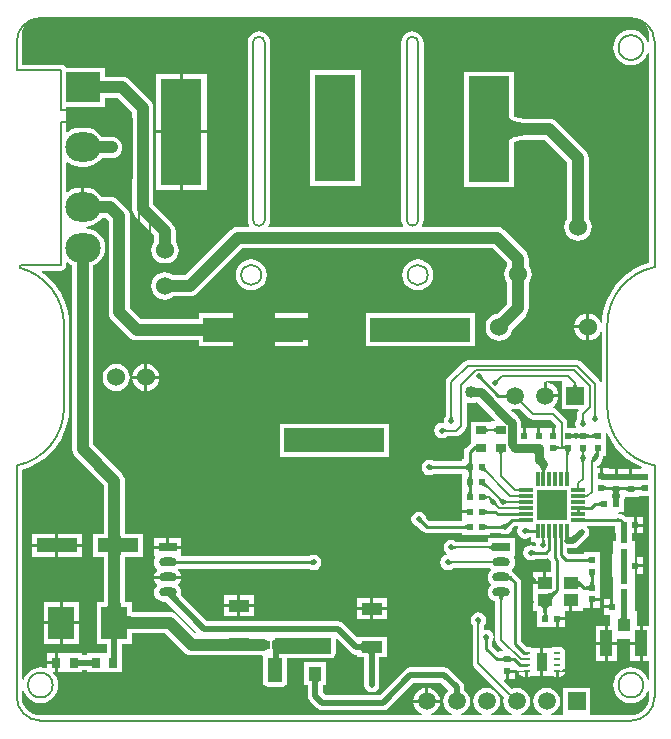
<source format=gtl>
%FSLAX25Y25*%
%MOIN*%
G70*
G01*
G75*
G04 Layer_Physical_Order=1*
G04 Layer_Color=255*
%ADD10C,0.01000*%
%ADD11C,0.00800*%
%ADD12C,0.03000*%
%ADD13C,0.02000*%
%ADD14C,0.04000*%
%ADD15R,0.11811X0.09843*%
%ADD16O,0.11811X0.09843*%
%ADD17R,0.02362X0.02362*%
%ADD18R,0.03347X0.02756*%
%ADD19R,0.09843X0.09843*%
%ADD20R,0.04724X0.01181*%
%ADD21R,0.01181X0.04724*%
%ADD22R,0.02362X0.02362*%
%ADD23R,0.03937X0.04134*%
%ADD24R,0.04134X0.08661*%
%ADD25R,0.04724X0.04331*%
%ADD26R,0.03543X0.06299*%
G04:AMPARAMS|DCode=27|XSize=21.65mil|YSize=9.84mil|CornerRadius=2.46mil|HoleSize=0mil|Usage=FLASHONLY|Rotation=0.000|XOffset=0mil|YOffset=0mil|HoleType=Round|Shape=RoundedRectangle|*
%AMROUNDEDRECTD27*
21,1,0.02165,0.00492,0,0,0.0*
21,1,0.01673,0.00984,0,0,0.0*
1,1,0.00492,0.00837,-0.00246*
1,1,0.00492,-0.00837,-0.00246*
1,1,0.00492,-0.00837,0.00246*
1,1,0.00492,0.00837,0.00246*
%
%ADD27ROUNDEDRECTD27*%
%ADD28R,0.04331X0.04724*%
%ADD29R,0.13780X0.04724*%
%ADD30R,0.08661X0.11024*%
%ADD31R,0.02756X0.03347*%
%ADD32R,0.07087X0.03937*%
%ADD33R,0.01969X0.03150*%
%ADD34R,0.02200X0.06800*%
%ADD35R,0.05000X0.08200*%
%ADD36R,0.19000X0.05200*%
%ADD37R,0.14100X0.20100*%
%ADD38R,0.19200X0.07300*%
%ADD39C,0.00500*%
%ADD40C,0.06000*%
%ADD41R,0.33465X0.07874*%
%ADD42O,0.06000X0.03000*%
%ADD43R,0.06000X0.03000*%
%ADD44R,0.05906X0.05906*%
%ADD45C,0.05906*%
%ADD46R,0.13780X0.35433*%
%ADD47C,0.02000*%
%ADD48C,0.03000*%
%ADD49C,0.04000*%
G36*
X144232Y77890D02*
X145793Y75554D01*
X147646Y73441D01*
X149759Y71589D01*
X152095Y70028D01*
X154574Y68805D01*
X154461Y68318D01*
X153119D01*
Y68218D01*
X151433D01*
Y65536D01*
X150433D01*
Y68218D01*
X146567D01*
Y65536D01*
X145567D01*
Y68218D01*
X143881D01*
Y68418D01*
X141700D01*
Y65736D01*
X140700D01*
Y68418D01*
X139837D01*
Y69298D01*
X140076Y69345D01*
X140902Y69898D01*
X141455Y70724D01*
X141648Y71696D01*
X141691Y71760D01*
X141839Y72501D01*
Y72640D01*
X142583D01*
Y76577D01*
Y80135D01*
X143070Y80248D01*
X144232Y77890D01*
D02*
G37*
G36*
X117052Y85230D02*
X117681Y84810D01*
X118422Y84663D01*
X124098D01*
X125963Y82798D01*
Y81939D01*
X125701D01*
Y79257D01*
X124701D01*
Y81939D01*
X120801D01*
Y79257D01*
X119801D01*
Y81939D01*
X115902D01*
Y79257D01*
X114901D01*
Y81939D01*
X114326D01*
Y83407D01*
X114326Y83407D01*
X114235Y84099D01*
X114223Y84190D01*
X114072Y84555D01*
X113920Y84920D01*
X113440Y85547D01*
X112243Y86744D01*
X111782Y87097D01*
X111051Y87828D01*
X111063Y87858D01*
X111270Y88278D01*
X112401Y88129D01*
X113564Y88283D01*
X113872Y88410D01*
X117052Y85230D01*
D02*
G37*
G36*
X152215Y218633D02*
X153360Y218285D01*
X154415Y217721D01*
X155340Y216962D01*
X156099Y216037D01*
X156663Y214982D01*
X157011Y213837D01*
X157123Y212692D01*
X157114Y212647D01*
Y210559D01*
X156620Y210486D01*
X156487Y210924D01*
X155940Y211946D01*
X155205Y212842D01*
X154309Y213577D01*
X153287Y214124D01*
X152178Y214460D01*
X151024Y214574D01*
X149871Y214460D01*
X148762Y214124D01*
X147740Y213577D01*
X146844Y212842D01*
X146109Y211946D01*
X145562Y210924D01*
X145226Y209815D01*
X145112Y208661D01*
X145226Y207508D01*
X145562Y206399D01*
X146109Y205377D01*
X146844Y204481D01*
X147740Y203746D01*
X148762Y203199D01*
X149871Y202863D01*
X151024Y202749D01*
X152178Y202863D01*
X153287Y203199D01*
X154309Y203746D01*
X155205Y204481D01*
X155940Y205377D01*
X156487Y206399D01*
X156620Y206837D01*
X157114Y206764D01*
Y136884D01*
X154615Y136036D01*
X152095Y134793D01*
X149759Y133232D01*
X147646Y131379D01*
X145793Y129267D01*
X144232Y126930D01*
X142990Y124410D01*
X142087Y121749D01*
X141538Y118994D01*
X141413Y117090D01*
X140920Y117008D01*
X140596Y117790D01*
X139875Y118730D01*
X138935Y119451D01*
X137840Y119905D01*
X137166Y119994D01*
Y115520D01*
Y111048D01*
X137840Y111136D01*
X138935Y111590D01*
X139875Y112311D01*
X140596Y113251D01*
X140876Y113926D01*
X141366Y113828D01*
Y97490D01*
X140888Y97344D01*
X140470Y97970D01*
X134565Y103874D01*
X133937Y104294D01*
X133196Y104441D01*
X96604D01*
X95863Y104294D01*
X95235Y103874D01*
X89798Y98438D01*
X89378Y97809D01*
X89231Y97068D01*
Y85901D01*
X88813Y85276D01*
X88619Y84300D01*
X88712Y83831D01*
X88359Y83478D01*
X88000Y83549D01*
X87024Y83355D01*
X86198Y82802D01*
X85645Y81976D01*
X85451Y81000D01*
X85645Y80024D01*
X86198Y79198D01*
X87024Y78645D01*
X88000Y78451D01*
X88976Y78645D01*
X89601Y79063D01*
X92800D01*
X93541Y79210D01*
X94170Y79630D01*
X95720Y81180D01*
X96140Y81809D01*
X96287Y82550D01*
Y90088D01*
X96703Y90366D01*
X96886Y90290D01*
X97800Y90170D01*
X98714Y90290D01*
X99565Y90643D01*
X99606Y90674D01*
X99647D01*
X105755Y84566D01*
X105563Y84104D01*
X104428D01*
Y84004D01*
X104075D01*
Y84004D01*
X97728D01*
Y78248D01*
X97728Y78248D01*
X97728Y78098D01*
X97728D01*
Y76963D01*
X97279Y76662D01*
X95958Y75342D01*
X95516Y74680D01*
X95361Y73900D01*
Y71381D01*
X94719D01*
Y70739D01*
X85248D01*
X84776Y71055D01*
X83800Y71249D01*
X82824Y71055D01*
X81998Y70502D01*
X81445Y69675D01*
X81251Y68700D01*
X81445Y67725D01*
X81998Y66898D01*
X82824Y66345D01*
X83800Y66151D01*
X84776Y66345D01*
X85248Y66661D01*
X94719D01*
Y66019D01*
Y61069D01*
Y56119D01*
Y54350D01*
X97401D01*
Y53350D01*
X94719D01*
Y51169D01*
Y50939D01*
X83745D01*
X82866Y51818D01*
X82755Y52376D01*
X82202Y53202D01*
X81375Y53755D01*
X80400Y53949D01*
X79425Y53755D01*
X78598Y53202D01*
X78045Y52376D01*
X77851Y51400D01*
X78045Y50424D01*
X78598Y49598D01*
X79425Y49045D01*
X79982Y48934D01*
X81458Y47458D01*
X82120Y47016D01*
X82900Y46861D01*
X94719D01*
Y46219D01*
X104018D01*
Y46861D01*
X107552D01*
X108025Y46545D01*
X109000Y46351D01*
X109976Y46545D01*
X110802Y47098D01*
X111355Y47925D01*
X111466Y48482D01*
X112193Y49209D01*
X112315Y49209D01*
Y49209D01*
X113305D01*
X113541Y48768D01*
X113385Y48535D01*
X113191Y47560D01*
X113385Y46584D01*
X113938Y45757D01*
X114765Y45205D01*
X115740Y45011D01*
X116716Y45205D01*
X117188Y45521D01*
X117827D01*
Y43698D01*
X119089D01*
X119407Y43311D01*
X119337Y42961D01*
X119384Y42726D01*
X119253Y42566D01*
X118981Y42384D01*
X118576Y42655D01*
X117600Y42849D01*
X116624Y42655D01*
X115798Y42102D01*
X115245Y41276D01*
X115051Y40300D01*
X115245Y39325D01*
X115798Y38498D01*
X116624Y37945D01*
X117600Y37751D01*
X118576Y37945D01*
X119048Y38261D01*
X122600D01*
X123380Y38416D01*
X123380Y38416D01*
X123380Y38416D01*
X123387Y38419D01*
X123830Y38188D01*
X123907Y37800D01*
X124349Y37138D01*
X124461Y37027D01*
Y33939D01*
X122871D01*
Y30272D01*
X122372D01*
Y29773D01*
X118509D01*
Y26608D01*
Y20703D01*
X119819D01*
Y15619D01*
X125937D01*
Y18301D01*
X126436D01*
Y18800D01*
X129118D01*
Y20703D01*
X130532D01*
Y24369D01*
X131532D01*
Y20703D01*
X134894D01*
Y22003D01*
X135320D01*
Y22003D01*
X137502D01*
Y24685D01*
X138001D01*
Y25184D01*
X140683D01*
Y25940D01*
Y31139D01*
Y35076D01*
Y40439D01*
X135320D01*
Y39797D01*
X130287D01*
X129799Y40285D01*
Y41691D01*
X131640D01*
X132616Y41885D01*
X133443Y42438D01*
X136402Y45398D01*
X136955Y46224D01*
X137149Y47200D01*
X136955Y48175D01*
X136402Y49002D01*
X136465Y49209D01*
X137362D01*
Y49261D01*
X145882D01*
Y46819D01*
X145919D01*
Y44344D01*
X144919D01*
Y39681D01*
X144882D01*
Y32319D01*
X144919D01*
Y27319D01*
Y25881D01*
Y24881D01*
X144919D01*
Y23382D01*
Y22199D01*
X144664D01*
Y21700D01*
X141982D01*
Y19519D01*
X144133D01*
Y15949D01*
X143295D01*
Y10619D01*
X146361D01*
Y11556D01*
X150841D01*
Y10619D01*
X153909D01*
Y15949D01*
X153070D01*
Y20689D01*
X152281D01*
Y23382D01*
Y27319D01*
Y33319D01*
X152281D01*
Y34681D01*
X152244D01*
Y35999D01*
Y36982D01*
X152281D01*
Y38681D01*
X152281D01*
Y44344D01*
X151281D01*
Y46819D01*
X152000D01*
Y49499D01*
Y52181D01*
X149495D01*
X149473Y52210D01*
X148679Y52819D01*
X147755Y53202D01*
X146858Y53320D01*
X146763Y53339D01*
Y53465D01*
X147117Y53819D01*
X148718D01*
Y57862D01*
X148989Y58517D01*
X149042Y58919D01*
X153614D01*
Y59019D01*
X157114D01*
Y15949D01*
X154909D01*
Y10118D01*
Y4288D01*
X157114D01*
Y-1960D01*
X156620Y-2034D01*
X156487Y-1596D01*
X155940Y-574D01*
X155205Y322D01*
X154309Y1058D01*
X153287Y1604D01*
X152178Y1940D01*
X151024Y2054D01*
X149871Y1940D01*
X148762Y1604D01*
X147740Y1058D01*
X146844Y322D01*
X146109Y-574D01*
X145562Y-1596D01*
X145226Y-2705D01*
X145112Y-3858D01*
X145226Y-5012D01*
X145562Y-6121D01*
X146109Y-7143D01*
X146844Y-8039D01*
X147740Y-8774D01*
X148762Y-9321D01*
X149871Y-9657D01*
X151024Y-9771D01*
X152178Y-9657D01*
X153287Y-9321D01*
X154309Y-8774D01*
X155205Y-8039D01*
X155940Y-7143D01*
X156487Y-6121D01*
X156620Y-5683D01*
X157114Y-5756D01*
Y-7826D01*
X157123Y-7872D01*
X157011Y-9017D01*
X156663Y-10162D01*
X156099Y-11217D01*
X155340Y-12142D01*
X154415Y-12901D01*
X153360Y-13465D01*
X152215Y-13812D01*
X151070Y-13925D01*
X151024Y-13916D01*
X137354D01*
Y-13916D01*
Y-13732D01*
X137354Y-13562D01*
X137354Y-13562D01*
X137354D01*
Y-4827D01*
X128449D01*
Y-13562D01*
X128449Y-13562D01*
X128449D01*
X128449Y-13732D01*
X128265Y-13916D01*
X124626D01*
X124528Y-13425D01*
X125147Y-13169D01*
X126077Y-12455D01*
X126791Y-11525D01*
X127240Y-10442D01*
X127393Y-9279D01*
X127240Y-8117D01*
X126791Y-7034D01*
X126077Y-6104D01*
X125147Y-5390D01*
X124064Y-4941D01*
X122901Y-4788D01*
X121739Y-4941D01*
X120656Y-5390D01*
X119726Y-6104D01*
X119012Y-7034D01*
X118563Y-8117D01*
X118410Y-9279D01*
X118563Y-10442D01*
X119012Y-11525D01*
X119726Y-12455D01*
X120656Y-13169D01*
X121275Y-13425D01*
X121177Y-13916D01*
X114626D01*
X114528Y-13425D01*
X115147Y-13169D01*
X116077Y-12455D01*
X116791Y-11525D01*
X117240Y-10442D01*
X117393Y-9279D01*
X117240Y-8117D01*
X116791Y-7034D01*
X116077Y-6104D01*
X115147Y-5390D01*
X114064Y-4941D01*
X112901Y-4788D01*
X111739Y-4941D01*
X111431Y-5069D01*
X110505Y-4143D01*
X108721Y-2359D01*
X108913Y-1898D01*
X109301D01*
Y785D01*
X109801D01*
Y1284D01*
X112483D01*
Y906D01*
X112924Y1142D01*
X113136Y1000D01*
X113665Y894D01*
Y894D01*
X113916Y844D01*
X116282D01*
X116346Y857D01*
X116782D01*
Y-1111D01*
X117118D01*
X117800Y-976D01*
X118024Y-826D01*
X118030Y-829D01*
Y-829D01*
X118030Y-829D01*
X120801D01*
Y3820D01*
Y8470D01*
X118161D01*
X117800Y8711D01*
X117118Y8847D01*
X116346D01*
X116282Y8860D01*
X116245D01*
X114439Y10665D01*
Y30300D01*
X114439Y30300D01*
X114284Y31080D01*
X113842Y31742D01*
X113842Y31742D01*
X112950Y32634D01*
X112950Y32634D01*
X112952Y32636D01*
X112934Y32650D01*
X112110Y33474D01*
X111833Y33659D01*
X111440Y34172D01*
X111296Y34282D01*
Y34782D01*
X111440Y34892D01*
X111920Y35519D01*
X112223Y36249D01*
X112326Y37032D01*
X112223Y37815D01*
X111920Y38545D01*
X111891Y38583D01*
X112112Y39032D01*
X112300D01*
Y45032D01*
X103300D01*
Y43969D01*
X92769D01*
X92143Y44387D01*
X91168Y44581D01*
X90193Y44387D01*
X89366Y43834D01*
X88813Y43007D01*
X88619Y42032D01*
X88813Y41056D01*
X89366Y40230D01*
X89709Y40000D01*
X89611Y39510D01*
X88993Y39387D01*
X88166Y38834D01*
X87613Y38007D01*
X87419Y37032D01*
X87613Y36057D01*
X88166Y35230D01*
X88993Y34677D01*
X89968Y34483D01*
X90943Y34677D01*
X91569Y35095D01*
X104005D01*
X104160Y34892D01*
X104304Y34782D01*
Y34282D01*
X104160Y34172D01*
X103680Y33545D01*
X103377Y32815D01*
X103274Y32032D01*
X103377Y31249D01*
X103680Y30519D01*
X104160Y29892D01*
X104304Y29782D01*
Y29282D01*
X104160Y29172D01*
X103680Y28545D01*
X103377Y27815D01*
X103274Y27032D01*
X103377Y26249D01*
X103680Y25519D01*
X104160Y24892D01*
X104787Y24411D01*
X105517Y24109D01*
X105863Y24064D01*
Y11300D01*
X106010Y10559D01*
X106430Y9930D01*
X108497Y7864D01*
X108305Y7402D01*
X107120D01*
X107120Y7402D01*
Y7402D01*
X106669Y7215D01*
X104839Y9045D01*
Y10652D01*
X105155Y11125D01*
X105349Y12100D01*
X105155Y13076D01*
X104602Y13902D01*
X103776Y14455D01*
X102800Y14649D01*
X102524Y14594D01*
X102137Y14911D01*
Y16199D01*
X102555Y16825D01*
X102749Y17800D01*
X102555Y18776D01*
X102002Y19602D01*
X101175Y20155D01*
X100200Y20349D01*
X99225Y20155D01*
X98398Y19602D01*
X97845Y18776D01*
X97651Y17800D01*
X97845Y16825D01*
X98263Y16199D01*
Y6200D01*
Y3422D01*
X98263Y3422D01*
X98263D01*
X98410Y2681D01*
X98830Y2052D01*
X107765Y-6883D01*
X107765D01*
X107765Y-6883D01*
X108691Y-7809D01*
X108563Y-8117D01*
X108410Y-9279D01*
X108563Y-10442D01*
X109012Y-11525D01*
X109726Y-12455D01*
X110656Y-13169D01*
X111275Y-13425D01*
X111178Y-13916D01*
X104625D01*
X104528Y-13425D01*
X105147Y-13169D01*
X106077Y-12455D01*
X106791Y-11525D01*
X107240Y-10442D01*
X107393Y-9279D01*
X107240Y-8117D01*
X106791Y-7034D01*
X106077Y-6104D01*
X105147Y-5390D01*
X104064Y-4941D01*
X102901Y-4788D01*
X101739Y-4941D01*
X100656Y-5390D01*
X99726Y-6104D01*
X99012Y-7034D01*
X98563Y-8117D01*
X98410Y-9279D01*
X98563Y-10442D01*
X99012Y-11525D01*
X99726Y-12455D01*
X100656Y-13169D01*
X101275Y-13425D01*
X101178Y-13916D01*
X94626D01*
X94528Y-13425D01*
X95147Y-13169D01*
X96077Y-12455D01*
X96791Y-11525D01*
X97240Y-10442D01*
X97393Y-9279D01*
X97240Y-8117D01*
X96791Y-7034D01*
X96077Y-6104D01*
X95450Y-5623D01*
Y-4602D01*
X95256Y-3626D01*
X94704Y-2799D01*
X90602Y1302D01*
X89776Y1855D01*
X88800Y2049D01*
X77500D01*
X76525Y1855D01*
X75698Y1302D01*
X67244Y-7151D01*
X49256D01*
X48376Y-6271D01*
Y-3962D01*
X49492D01*
Y3762D01*
X42161D01*
Y-3962D01*
X43278D01*
Y-7327D01*
X43472Y-8302D01*
X44024Y-9129D01*
X46398Y-11502D01*
X47225Y-12055D01*
X48200Y-12249D01*
X68300D01*
X69275Y-12055D01*
X70102Y-11502D01*
X78556Y-3049D01*
X87744D01*
X90065Y-5370D01*
X90032Y-5869D01*
X89726Y-6104D01*
X89012Y-7034D01*
X88563Y-8117D01*
X88410Y-9279D01*
X88563Y-10442D01*
X89012Y-11525D01*
X89726Y-12455D01*
X90656Y-13169D01*
X91275Y-13425D01*
X91177Y-13916D01*
X84626D01*
X84528Y-13425D01*
X85147Y-13169D01*
X86077Y-12455D01*
X86791Y-11525D01*
X87240Y-10442D01*
X87327Y-9779D01*
X78476D01*
X78563Y-10442D01*
X79012Y-11525D01*
X79726Y-12455D01*
X80656Y-13169D01*
X81275Y-13425D01*
X81178Y-13916D01*
X-45826D01*
X-45872Y-13925D01*
X-47017Y-13812D01*
X-48162Y-13465D01*
X-49217Y-12901D01*
X-50142Y-12142D01*
X-50901Y-11217D01*
X-51465Y-10162D01*
X-51812Y-9017D01*
X-51925Y-7872D01*
X-51916Y-7826D01*
Y-5756D01*
X-51421Y-5683D01*
X-51288Y-6121D01*
X-50742Y-7143D01*
X-50007Y-8039D01*
X-49111Y-8774D01*
X-48088Y-9321D01*
X-46979Y-9657D01*
X-45826Y-9771D01*
X-44673Y-9657D01*
X-43563Y-9321D01*
X-42541Y-8774D01*
X-41645Y-8039D01*
X-40910Y-7143D01*
X-40364Y-6121D01*
X-40027Y-5012D01*
X-39914Y-3858D01*
X-40027Y-2705D01*
X-40364Y-1596D01*
X-40910Y-574D01*
X-41645Y322D01*
X-41601Y447D01*
X-41094D01*
Y3121D01*
X-43472D01*
Y1996D01*
X-43873Y1698D01*
X-44673Y1940D01*
X-45826Y2054D01*
X-46979Y1940D01*
X-48088Y1604D01*
X-49111Y1058D01*
X-50007Y322D01*
X-50742Y-574D01*
X-51288Y-1596D01*
X-51421Y-2034D01*
X-51916Y-1960D01*
Y67936D01*
X-49417Y68785D01*
X-46896Y70028D01*
X-44560Y71589D01*
X-42448Y73441D01*
X-40595Y75554D01*
X-39034Y77890D01*
X-37791Y80410D01*
X-36888Y83071D01*
X-36340Y85827D01*
X-36156Y88631D01*
X-36168D01*
Y116190D01*
X-36156D01*
X-36340Y118994D01*
X-36888Y121749D01*
X-37791Y124410D01*
X-39034Y126930D01*
X-40595Y129267D01*
X-42448Y131379D01*
X-44560Y133232D01*
X-45393Y133788D01*
X-45248Y134267D01*
X-39002D01*
X-38319Y134403D01*
X-37740Y134790D01*
X-37353Y135368D01*
X-37217Y136051D01*
Y136828D01*
X-36765Y137042D01*
X-36269Y136635D01*
X-35230Y136080D01*
Y74700D01*
X-35230Y74700D01*
X-35230D01*
X-35110Y73786D01*
X-34757Y72935D01*
X-34196Y72204D01*
X-24714Y62721D01*
Y46563D01*
X-28433D01*
Y38838D01*
X-24714D01*
Y24012D01*
X-27014D01*
Y9988D01*
X-23732D01*
Y6794D01*
X-24157D01*
X-24157Y6794D01*
Y6794D01*
X-24361Y6794D01*
X-24436D01*
X-24510D01*
X-24714Y6794D01*
X-24714Y6794D01*
Y6794D01*
X-30266D01*
Y6170D01*
X-31810D01*
Y6794D01*
X-37362D01*
X-37362Y6794D01*
Y6794D01*
X-37566Y6794D01*
X-37641D01*
X-37716D01*
X-37920Y6794D01*
X-37920Y6794D01*
Y6794D01*
X-40094D01*
Y3620D01*
Y447D01*
X-37716D01*
Y447D01*
X-37566D01*
X-37362Y447D01*
X-37362Y447D01*
Y447D01*
X-31810D01*
Y1072D01*
X-30266D01*
Y447D01*
X-24510D01*
Y447D01*
X-24361D01*
X-24157Y447D01*
X-24157Y447D01*
Y447D01*
X-18605D01*
Y6794D01*
X-18634D01*
Y9988D01*
X-15353D01*
Y13470D01*
X-4162D01*
X2135Y7172D01*
X2135D01*
X2135Y7172D01*
X2135Y7172D01*
Y7172D01*
X2866Y6611D01*
X3718Y6259D01*
X4631Y6138D01*
X28143D01*
X28460Y5752D01*
X28371Y5300D01*
Y-2900D01*
X28487Y-3485D01*
X28819Y-3981D01*
X29315Y-4313D01*
X29900Y-4429D01*
X34900D01*
X35485Y-4313D01*
X35981Y-3981D01*
X35994Y-3962D01*
X36165D01*
Y-3706D01*
X36313Y-3485D01*
X36429Y-2900D01*
Y5171D01*
X51100D01*
X51685Y5287D01*
X52181Y5619D01*
X52513Y6115D01*
X52629Y6700D01*
Y11412D01*
X53091Y11604D01*
X57677Y7018D01*
X58504Y6466D01*
X59479Y6272D01*
X59558D01*
Y5352D01*
X62053D01*
Y-3698D01*
X62247Y-4674D01*
X62799Y-5501D01*
X63626Y-6053D01*
X64601Y-6247D01*
X65577Y-6053D01*
X66404Y-5501D01*
X66956Y-4674D01*
X67150Y-3698D01*
Y5352D01*
X69645D01*
Y12289D01*
X59616D01*
X55202Y16702D01*
X54375Y17255D01*
X53400Y17449D01*
X9788D01*
X1013Y26224D01*
X1023Y26249D01*
X1126Y27032D01*
X1023Y27815D01*
X721Y28545D01*
X240Y29172D01*
X96Y29282D01*
Y29782D01*
X240Y29892D01*
X721Y30519D01*
X1023Y31249D01*
X1060Y31532D01*
X-7860D01*
X-7823Y31249D01*
X-7520Y30519D01*
X-7040Y29892D01*
X-6896Y29782D01*
Y29282D01*
X-7040Y29172D01*
X-7520Y28545D01*
X-7823Y27815D01*
X-7926Y27032D01*
X-7823Y26249D01*
X-7520Y25519D01*
X-7040Y24892D01*
X-6413Y24411D01*
X-5683Y24109D01*
X-4900Y24006D01*
X-3979D01*
X6367Y13661D01*
X6323Y13557D01*
X5833Y13459D01*
X-204Y19496D01*
X-935Y20057D01*
X-1786Y20410D01*
X-2700Y20530D01*
X-15353D01*
Y24012D01*
X-17653D01*
Y38838D01*
X-11653D01*
Y46563D01*
X-17653D01*
Y64183D01*
X-17774Y65097D01*
X-18126Y65949D01*
X-18687Y66680D01*
X-28170Y76162D01*
Y136080D01*
X-27131Y136635D01*
X-26153Y137437D01*
X-25351Y138415D01*
X-24755Y139531D01*
X-24387Y140741D01*
X-24263Y142000D01*
X-24387Y143259D01*
X-24755Y144469D01*
X-25351Y145585D01*
X-26153Y146563D01*
X-27131Y147365D01*
X-28247Y147961D01*
X-29457Y148328D01*
X-30716Y148452D01*
Y148948D01*
X-29457Y149072D01*
X-28247Y149439D01*
X-27131Y150035D01*
X-26153Y150838D01*
X-25351Y151815D01*
X-25322Y151870D01*
X-23962D01*
X-23030Y150938D01*
Y131200D01*
Y120400D01*
X-22910Y119486D01*
X-22557Y118635D01*
X-21996Y117904D01*
X-16242Y112150D01*
X-15511Y111589D01*
X-14660Y111236D01*
X-13746Y111116D01*
X6900D01*
Y109209D01*
X24632D01*
Y114645D01*
Y120083D01*
X6900D01*
Y118176D01*
X-12284D01*
X-15970Y121862D01*
Y131200D01*
Y152400D01*
X-16090Y153314D01*
X-16443Y154165D01*
X-17004Y154896D01*
X-20004Y157896D01*
X-20735Y158457D01*
X-21586Y158810D01*
X-22500Y158930D01*
X-25322D01*
X-25351Y158985D01*
X-26153Y159962D01*
X-27131Y160765D01*
X-28247Y161361D01*
X-29457Y161728D01*
X-30716Y161852D01*
X-31200D01*
Y155399D01*
X-32200D01*
Y161852D01*
X-32684D01*
X-33943Y161728D01*
X-35153Y161361D01*
X-36269Y160765D01*
X-36765Y160358D01*
X-37217Y160572D01*
Y170229D01*
X-36765Y170442D01*
X-36269Y170035D01*
X-35153Y169439D01*
X-33943Y169072D01*
X-32684Y168948D01*
X-30716D01*
X-29457Y169072D01*
X-28247Y169439D01*
X-27131Y170035D01*
X-26153Y170837D01*
X-25351Y171815D01*
X-25322Y171870D01*
X-22100D01*
X-21186Y171990D01*
X-20335Y172343D01*
X-19604Y172904D01*
X-19043Y173635D01*
X-18690Y174486D01*
X-18570Y175400D01*
X-18690Y176314D01*
X-19043Y177165D01*
X-19604Y177896D01*
X-20335Y178457D01*
X-21186Y178810D01*
X-22100Y178930D01*
X-25322D01*
X-25351Y178985D01*
X-26153Y179963D01*
X-27131Y180765D01*
X-28247Y181361D01*
X-29457Y181728D01*
X-30716Y181852D01*
X-32684D01*
X-33943Y181728D01*
X-35153Y181361D01*
X-36269Y180765D01*
X-36765Y180358D01*
X-37217Y180571D01*
Y188979D01*
X-24295D01*
Y191870D01*
X-19962D01*
X-15230Y187138D01*
Y154902D01*
X-15230Y154902D01*
X-15230D01*
X-15110Y153988D01*
X-14757Y153136D01*
X-14196Y152405D01*
X-7829Y146038D01*
Y143817D01*
X-8229Y143296D01*
X-8683Y142201D01*
X-8837Y141026D01*
X-8683Y139851D01*
X-8229Y138757D01*
X-7508Y137817D01*
X-6568Y137095D01*
X-5473Y136642D01*
X-4298Y136487D01*
X-3124Y136642D01*
X-2029Y137095D01*
X-1089Y137817D01*
X-368Y138757D01*
X86Y139851D01*
X240Y141026D01*
X86Y142201D01*
X-368Y143296D01*
X-768Y143817D01*
Y147500D01*
X-768Y147500D01*
X-889Y148414D01*
X-1241Y149265D01*
X-1802Y149996D01*
X-1802Y149996D01*
X-8170Y156364D01*
Y188600D01*
X-8290Y189514D01*
X-8643Y190365D01*
X-9204Y191096D01*
X-16004Y197896D01*
X-16735Y198457D01*
X-17586Y198810D01*
X-18500Y198930D01*
X-24295D01*
Y201821D01*
X-37379D01*
X-37740Y202362D01*
X-38319Y202748D01*
X-39002Y202884D01*
X-51916D01*
Y212647D01*
X-51925Y212692D01*
X-51812Y213837D01*
X-51465Y214982D01*
X-50901Y216037D01*
X-50142Y216962D01*
X-49217Y217721D01*
X-48162Y218285D01*
X-47017Y218633D01*
X-45872Y218745D01*
X-45826Y218736D01*
X151024D01*
X151070Y218745D01*
X152215Y218633D01*
D02*
G37*
G36*
X127949Y97073D02*
X127949D01*
Y88168D01*
X133366D01*
X133602Y87727D01*
X133212Y87143D01*
X133064Y86401D01*
Y84899D01*
X132647Y84274D01*
X132452Y83298D01*
X132646Y82325D01*
X132329Y81939D01*
X129837D01*
Y83600D01*
X129690Y84341D01*
X129270Y84970D01*
X126270Y87970D01*
X125641Y88390D01*
X124900Y88537D01*
X124900Y88925D01*
X125577Y89445D01*
X126291Y90375D01*
X126740Y91458D01*
X126827Y92121D01*
X122400D01*
Y92620D01*
X121902D01*
Y97046D01*
X122401Y97112D01*
X122402Y97112D01*
X122657Y97367D01*
X127949D01*
Y97073D01*
D02*
G37*
%LPC*%
G36*
X140683Y24184D02*
X138502D01*
Y22003D01*
X140683D01*
Y24184D01*
D02*
G37*
G36*
X25343Y22100D02*
X20800D01*
Y19131D01*
X25343D01*
Y22100D01*
D02*
G37*
G36*
X64101Y21116D02*
X59558D01*
Y18147D01*
X64101D01*
Y21116D01*
D02*
G37*
G36*
X69645D02*
X65101D01*
Y18147D01*
X69645D01*
Y21116D01*
D02*
G37*
G36*
X19800Y22100D02*
X15257D01*
Y19131D01*
X19800D01*
Y22100D01*
D02*
G37*
G36*
X121871Y33939D02*
X118509D01*
Y30773D01*
X121871D01*
Y33939D01*
D02*
G37*
G36*
X25343Y26068D02*
X20800D01*
Y23100D01*
X25343D01*
Y26068D01*
D02*
G37*
G36*
X1100Y41532D02*
X-7900D01*
Y39032D01*
X-7712D01*
X-7491Y38583D01*
X-7520Y38545D01*
X-7823Y37815D01*
X-7926Y37032D01*
X-7823Y36249D01*
X-7520Y35519D01*
X-7040Y34892D01*
X-6896Y34782D01*
Y34282D01*
X-7040Y34172D01*
X-7520Y33545D01*
X-7823Y32815D01*
X-7860Y32532D01*
X1060D01*
X1023Y32815D01*
X721Y33545D01*
X240Y34172D01*
X96Y34282D01*
Y34782D01*
X240Y34892D01*
X317Y34993D01*
X43820D01*
X44293Y34677D01*
X45268Y34483D01*
X46244Y34677D01*
X47070Y35230D01*
X47623Y36057D01*
X47817Y37032D01*
X47623Y38007D01*
X47070Y38834D01*
X46244Y39387D01*
X45268Y39581D01*
X44293Y39387D01*
X43820Y39071D01*
X1100D01*
Y41532D01*
D02*
G37*
G36*
X155181Y35500D02*
X153000D01*
Y33319D01*
X155181D01*
Y35500D01*
D02*
G37*
G36*
X69645Y25084D02*
X65101D01*
Y22116D01*
X69645D01*
Y25084D01*
D02*
G37*
G36*
X64101D02*
X59558D01*
Y22116D01*
X64101D01*
Y25084D01*
D02*
G37*
G36*
X19800Y26068D02*
X15257D01*
Y23100D01*
X19800D01*
Y26068D01*
D02*
G37*
G36*
X144163Y24881D02*
X141982D01*
Y22700D01*
X144163D01*
Y24881D01*
D02*
G37*
G36*
X128986Y415D02*
X126920D01*
Y-1111D01*
X127256D01*
X127937Y-976D01*
X128515Y-590D01*
X128901Y-12D01*
X128986Y415D01*
D02*
G37*
G36*
X127256Y8847D02*
X125583D01*
X124902Y8711D01*
X124541Y8470D01*
X121801D01*
Y3820D01*
Y-829D01*
X124573D01*
X124573Y-829D01*
Y-829D01*
X124634Y-797D01*
X124902Y-976D01*
X125583Y-1111D01*
X125920D01*
Y857D01*
X127256D01*
X127937Y993D01*
X128515Y1379D01*
X128540Y1415D01*
X128986D01*
X128901Y1842D01*
X128863Y1899D01*
X128901Y1956D01*
X129036Y2637D01*
Y3130D01*
X128901Y3811D01*
X128863Y3868D01*
X128901Y3925D01*
X129036Y4606D01*
Y5098D01*
X128901Y5779D01*
X128863Y5836D01*
X128901Y5893D01*
X129036Y6575D01*
Y7067D01*
X128901Y7748D01*
X128515Y8326D01*
X127937Y8711D01*
X127256Y8847D01*
D02*
G37*
G36*
X142295Y9619D02*
X139227D01*
Y4288D01*
X142295D01*
Y9619D01*
D02*
G37*
G36*
X-41094Y6794D02*
X-43472D01*
Y4121D01*
X-41094D01*
Y6794D01*
D02*
G37*
G36*
X83402Y-4854D02*
Y-8779D01*
X87327D01*
X87240Y-8117D01*
X86791Y-7034D01*
X86077Y-6104D01*
X85147Y-5390D01*
X84064Y-4941D01*
X83402Y-4854D01*
D02*
G37*
G36*
X82402D02*
X81739Y-4941D01*
X80656Y-5390D01*
X79726Y-6104D01*
X79012Y-7034D01*
X78563Y-8117D01*
X78476Y-8779D01*
X82402D01*
Y-4854D01*
D02*
G37*
G36*
X115782Y415D02*
X113715D01*
X113800Y-12D01*
X114186Y-590D01*
X114764Y-976D01*
X115445Y-1111D01*
X115782D01*
Y415D01*
D02*
G37*
G36*
X112483Y284D02*
X110301D01*
Y-1898D01*
X112483D01*
Y284D01*
D02*
G37*
G36*
X129118Y17800D02*
X126937D01*
Y15619D01*
X129118D01*
Y17800D01*
D02*
G37*
G36*
X142295Y15949D02*
X139227D01*
Y10619D01*
X142295D01*
Y15949D01*
D02*
G37*
G36*
X-33069Y24012D02*
X-38400D01*
Y17500D01*
X-33069D01*
Y24012D01*
D02*
G37*
G36*
X-39400D02*
X-44731D01*
Y17500D01*
X-39400D01*
Y24012D01*
D02*
G37*
G36*
X153909Y9619D02*
X150841D01*
Y4288D01*
X153909D01*
Y9619D01*
D02*
G37*
G36*
X146361D02*
X143295D01*
Y4288D01*
X146361D01*
Y9619D01*
D02*
G37*
G36*
X-33069Y16500D02*
X-38400D01*
Y9988D01*
X-33069D01*
Y16500D01*
D02*
G37*
G36*
X-39400D02*
X-44731D01*
Y9988D01*
X-39400D01*
Y16500D01*
D02*
G37*
G36*
X155181Y38681D02*
X153000D01*
Y36500D01*
X155181D01*
Y38681D01*
D02*
G37*
G36*
X136166Y119994D02*
X135491Y119905D01*
X134396Y119451D01*
X133456Y118730D01*
X132735Y117790D01*
X132281Y116695D01*
X132193Y116021D01*
X136166D01*
Y119994D01*
D02*
G37*
G36*
X24450Y138014D02*
X23119Y137839D01*
X21879Y137326D01*
X20815Y136509D01*
X19998Y135444D01*
X19484Y134204D01*
X19309Y132874D01*
X19484Y131544D01*
X19998Y130304D01*
X20815Y129239D01*
X21879Y128422D01*
X23119Y127909D01*
X24450Y127734D01*
X25780Y127909D01*
X27020Y128422D01*
X28084Y129239D01*
X28901Y130304D01*
X29415Y131544D01*
X29590Y132874D01*
X29415Y134204D01*
X28901Y135444D01*
X28084Y136509D01*
X27020Y137326D01*
X25780Y137839D01*
X24450Y138014D01*
D02*
G37*
G36*
X79962D02*
X78631Y137839D01*
X77391Y137326D01*
X76327Y136509D01*
X75510Y135444D01*
X74996Y134204D01*
X74821Y132874D01*
X74996Y131544D01*
X75510Y130304D01*
X76327Y129239D01*
X77391Y128422D01*
X78631Y127909D01*
X79962Y127734D01*
X81292Y127909D01*
X82532Y128422D01*
X83596Y129239D01*
X84413Y130304D01*
X84927Y131544D01*
X85102Y132874D01*
X84927Y134204D01*
X84413Y135444D01*
X83596Y136509D01*
X82532Y137326D01*
X81292Y137839D01*
X79962Y138014D01*
D02*
G37*
G36*
X43364Y120083D02*
X25632D01*
Y115146D01*
X43364D01*
Y120083D01*
D02*
G37*
G36*
Y114146D02*
X25632D01*
Y109209D01*
X43364D01*
Y114146D01*
D02*
G37*
G36*
X99101Y120083D02*
X62636D01*
Y109209D01*
X99101D01*
Y120083D01*
D02*
G37*
G36*
X136166Y115021D02*
X132193D01*
X132281Y114346D01*
X132735Y113251D01*
X133456Y112311D01*
X134396Y111590D01*
X135491Y111136D01*
X136166Y111048D01*
Y115021D01*
D02*
G37*
G36*
X60897Y201062D02*
X44117D01*
Y162629D01*
X60897D01*
Y201062D01*
D02*
G37*
G36*
X707Y199762D02*
X-7183D01*
Y181046D01*
X707D01*
Y199762D01*
D02*
G37*
G36*
X9597D02*
X1707D01*
Y181046D01*
X9597D01*
Y199762D01*
D02*
G37*
G36*
Y180046D02*
X1707D01*
Y161329D01*
X9597D01*
Y180046D01*
D02*
G37*
G36*
X112197Y200662D02*
X95417D01*
Y162229D01*
X112197D01*
Y177176D01*
X112438Y177304D01*
X113994Y177776D01*
X115402Y177915D01*
X115612Y177899D01*
Y177916D01*
X122292D01*
X129870Y170338D01*
Y151665D01*
X129469Y151143D01*
X129016Y150049D01*
X128861Y148874D01*
X129016Y147699D01*
X129469Y146605D01*
X130191Y145665D01*
X131131Y144943D01*
X132225Y144490D01*
X133400Y144335D01*
X134575Y144490D01*
X135669Y144943D01*
X136609Y145665D01*
X137331Y146605D01*
X137784Y147699D01*
X137939Y148874D01*
X137784Y150049D01*
X137331Y151143D01*
X136930Y151665D01*
Y171800D01*
X136810Y172714D01*
X136457Y173565D01*
X135896Y174296D01*
X126250Y183942D01*
X125519Y184503D01*
X124668Y184856D01*
X123754Y184976D01*
X115612D01*
Y184993D01*
X115402Y184977D01*
X113994Y185115D01*
X112438Y185587D01*
X112197Y185716D01*
Y200662D01*
D02*
G37*
G36*
X78190Y214035D02*
X77219Y213907D01*
X76315Y213532D01*
X75538Y212936D01*
X74942Y212160D01*
X74567Y211255D01*
X74444Y210317D01*
X74437Y210284D01*
X74437D01*
X74437Y210284D01*
Y151229D01*
X74437Y151229D01*
X74437D01*
X74444Y151197D01*
X74567Y150259D01*
X74942Y149354D01*
X74999Y149279D01*
X74778Y148830D01*
X30420D01*
X30199Y149279D01*
X30257Y149354D01*
X30632Y150259D01*
X30755Y151197D01*
X30762Y151229D01*
Y210284D01*
X30755Y210317D01*
X30632Y211255D01*
X30257Y212160D01*
X29661Y212936D01*
X28884Y213532D01*
X27979Y213907D01*
X27009Y214035D01*
X26038Y213907D01*
X25133Y213532D01*
X24357Y212936D01*
X23761Y212160D01*
X23386Y211255D01*
X23262Y210317D01*
X23256Y210284D01*
X23256D01*
X23256Y210284D01*
Y151229D01*
X23256Y151229D01*
X23256D01*
X23262Y151197D01*
X23386Y150259D01*
X23761Y149354D01*
X23818Y149279D01*
X23597Y148830D01*
X20100D01*
X19186Y148710D01*
X18335Y148357D01*
X17604Y147796D01*
X2553Y132745D01*
X-1507D01*
X-2029Y133146D01*
X-3124Y133599D01*
X-4298Y133754D01*
X-5473Y133599D01*
X-6568Y133146D01*
X-7508Y132424D01*
X-8229Y131484D01*
X-8683Y130390D01*
X-8837Y129215D01*
X-8683Y128040D01*
X-8229Y126946D01*
X-7508Y126006D01*
X-6568Y125284D01*
X-5473Y124831D01*
X-4298Y124676D01*
X-3124Y124831D01*
X-2029Y125284D01*
X-1507Y125685D01*
X4015D01*
X4929Y125805D01*
X5780Y126158D01*
X6511Y126719D01*
X21562Y141770D01*
X104888D01*
X109870Y136788D01*
Y135917D01*
X109469Y135395D01*
X109016Y134301D01*
X108861Y133126D01*
X109016Y131951D01*
X109469Y130857D01*
X109870Y130335D01*
Y123246D01*
X106615Y119991D01*
X105963Y119905D01*
X104868Y119451D01*
X103928Y118730D01*
X103207Y117790D01*
X102753Y116695D01*
X102598Y115521D01*
X102753Y114346D01*
X103207Y113251D01*
X103928Y112311D01*
X104868Y111590D01*
X105963Y111136D01*
X107137Y110982D01*
X108312Y111136D01*
X109407Y111590D01*
X110347Y112311D01*
X111068Y113251D01*
X111521Y114346D01*
X111607Y114998D01*
X115896Y119287D01*
X116457Y120018D01*
X116810Y120870D01*
X116930Y121783D01*
X116930Y121783D01*
X116930Y121783D01*
Y121783D01*
Y130335D01*
X117331Y130857D01*
X117784Y131951D01*
X117939Y133126D01*
X117784Y134301D01*
X117331Y135395D01*
X116930Y135917D01*
Y138250D01*
X116810Y139164D01*
X116457Y140015D01*
X115896Y140747D01*
X108847Y147796D01*
X108115Y148357D01*
X107264Y148710D01*
X106350Y148830D01*
X81601D01*
X81380Y149279D01*
X81438Y149354D01*
X81813Y150259D01*
X81936Y151197D01*
X81943Y151229D01*
Y210284D01*
X81936Y210317D01*
X81813Y211255D01*
X81438Y212160D01*
X80842Y212936D01*
X80065Y213532D01*
X79161Y213907D01*
X78190Y214035D01*
D02*
G37*
G36*
X707Y180046D02*
X-7183D01*
Y161329D01*
X707D01*
Y180046D01*
D02*
G37*
G36*
X-10179Y103173D02*
Y99200D01*
X-6206D01*
X-6295Y99875D01*
X-6749Y100969D01*
X-7470Y101909D01*
X-8410Y102631D01*
X-9505Y103084D01*
X-10179Y103173D01*
D02*
G37*
G36*
X-40857Y46563D02*
X-48747D01*
Y43200D01*
X-40857D01*
Y46563D01*
D02*
G37*
G36*
X-31967D02*
X-39857D01*
Y43200D01*
X-31967D01*
Y46563D01*
D02*
G37*
G36*
X155181Y49000D02*
X153000D01*
Y46819D01*
X155181D01*
Y49000D01*
D02*
G37*
G36*
X1100Y45032D02*
X-2900D01*
Y42532D01*
X1100D01*
Y45032D01*
D02*
G37*
G36*
X-40857Y42200D02*
X-48747D01*
Y38838D01*
X-40857D01*
Y42200D01*
D02*
G37*
G36*
X-31967D02*
X-39857D01*
Y38838D01*
X-31967D01*
Y42200D01*
D02*
G37*
G36*
X-3900Y45032D02*
X-7900D01*
Y42532D01*
X-3900D01*
Y45032D01*
D02*
G37*
G36*
X-11179Y98200D02*
X-15152D01*
X-15064Y97525D01*
X-14610Y96431D01*
X-13889Y95491D01*
X-12949Y94769D01*
X-11854Y94316D01*
X-11179Y94227D01*
Y98200D01*
D02*
G37*
G36*
X-6206D02*
X-10179D01*
Y94227D01*
X-9505Y94316D01*
X-8410Y94769D01*
X-7470Y95491D01*
X-6749Y96431D01*
X-6295Y97525D01*
X-6206Y98200D01*
D02*
G37*
G36*
X-11179Y103173D02*
X-11854Y103084D01*
X-12949Y102631D01*
X-13889Y101909D01*
X-14610Y100969D01*
X-15064Y99875D01*
X-15152Y99200D01*
X-11179D01*
Y103173D01*
D02*
G37*
G36*
X-20521Y103239D02*
X-21695Y103084D01*
X-22790Y102631D01*
X-23730Y101909D01*
X-24451Y100969D01*
X-24905Y99875D01*
X-25060Y98700D01*
X-24905Y97525D01*
X-24451Y96431D01*
X-23730Y95491D01*
X-22790Y94769D01*
X-21695Y94316D01*
X-20521Y94161D01*
X-19346Y94316D01*
X-18251Y94769D01*
X-17311Y95491D01*
X-16590Y96431D01*
X-16137Y97525D01*
X-15982Y98700D01*
X-16137Y99875D01*
X-16590Y100969D01*
X-17311Y101909D01*
X-18251Y102631D01*
X-19346Y103084D01*
X-20521Y103239D01*
D02*
G37*
G36*
X155181Y52181D02*
X153000D01*
Y50000D01*
X155181D01*
Y52181D01*
D02*
G37*
G36*
X70439Y83135D02*
X33975D01*
Y72261D01*
X70439D01*
Y83135D01*
D02*
G37*
G36*
X122901Y97046D02*
Y93121D01*
X126827D01*
X126740Y93783D01*
X126291Y94866D01*
X125577Y95796D01*
X124647Y96510D01*
X123564Y96959D01*
X122901Y97046D01*
D02*
G37*
%LPD*%
D10*
X132954Y79611D02*
G03*
X133807Y79258I854J854D01*
G01*
D02*
G03*
X132954Y78904I0J-1207D01*
G01*
X132246D02*
G03*
X131393Y79258I-854J-854D01*
G01*
D02*
G03*
X132246Y79611I0J1207D01*
G01*
X44914Y36678D02*
G03*
X44061Y37032I-854J-854D01*
G01*
D02*
G03*
X44914Y37385I0J1207D01*
G01*
X80900Y51400D02*
G03*
X81253Y50546I1207J0D01*
G01*
X81254Y50546D02*
G03*
X80400Y50900I-854J-854D01*
G01*
X84153Y69054D02*
G03*
X85007Y68700I854J854D01*
G01*
D02*
G03*
X84153Y68347I0J-1207D01*
G01*
X117954Y40654D02*
G03*
X118807Y40300I854J854D01*
G01*
D02*
G03*
X117954Y39946I0J-1207D01*
G01*
X116094Y47913D02*
G03*
X116947Y47560I854J854D01*
G01*
D02*
G03*
X116094Y47206I0J-1207D01*
G01*
X109000Y49400D02*
G03*
X109854Y49754I0J1207D01*
G01*
X109853Y49754D02*
G03*
X109500Y48900I854J-854D01*
G01*
X108647Y48546D02*
G03*
X107793Y48900I-854J-854D01*
G01*
D02*
G03*
X108647Y49254I0J1207D01*
G01*
X129406Y44594D02*
G03*
X129760Y45447I-854J854D01*
G01*
D02*
G03*
X130113Y44594I1207J0D01*
G01*
X103154Y11746D02*
G03*
X102800Y10893I854J-854D01*
G01*
D02*
G03*
X102446Y11746I-1207J0D01*
G01*
X109320Y4239D02*
G03*
X108157Y4721I-1163J-1163D01*
G01*
D02*
G03*
X109320Y5202I0J1644D01*
G01*
X110283D02*
G03*
X111446Y4721I1163J1163D01*
G01*
D02*
G03*
X110283Y4239I0J-1644D01*
G01*
X115208Y7013D02*
G03*
X115691Y6813I484J484D01*
G01*
X96918Y59282D02*
G03*
X97400Y60444I-1163J1163D01*
G01*
D02*
G03*
X97882Y59282I1644J0D01*
G01*
X96918Y48418D02*
G03*
X95756Y48900I-1163J-1163D01*
G01*
D02*
G03*
X96918Y49382I0J1644D01*
G01*
X101819D02*
G03*
X102981Y48900I1163J1163D01*
G01*
D02*
G03*
X101819Y48418I0J-1644D01*
G01*
Y54332D02*
G03*
X102981Y53850I1163J1163D01*
G01*
D02*
G03*
X101819Y53368I0J-1644D01*
G01*
X97882Y63268D02*
G03*
X97400Y62106I1163J-1163D01*
G01*
D02*
G03*
X96918Y63268I-1644J0D01*
G01*
Y64232D02*
G03*
X97400Y65394I-1163J1163D01*
G01*
D02*
G03*
X97882Y64232I1644J0D01*
G01*
X96918Y68218D02*
G03*
X95756Y68700I-1163J-1163D01*
G01*
D02*
G03*
X96918Y69182I0J1644D01*
G01*
X97882Y68218D02*
G03*
X97400Y67056I1163J-1163D01*
G01*
D02*
G03*
X96918Y68218I-1644J0D01*
G01*
Y69182D02*
G03*
X97400Y70344I-1163J1163D01*
G01*
D02*
G03*
X97882Y69182I1644J0D01*
G01*
X132742Y30968D02*
G03*
X133827Y30273I1084J498D01*
G01*
D02*
G03*
X132742Y29578I0J-1193D01*
G01*
X133642Y30458D02*
G03*
X131004Y30521I-1352J-1352D01*
G01*
X134384Y29716D02*
G03*
X131676Y29781I-1388J-1388D01*
G01*
X135125Y28975D02*
G03*
X132349Y29041I-1423J-1423D01*
G01*
X134351Y29749D02*
G03*
X131140Y30596I-2332J-2332D01*
G01*
X135564Y28536D02*
G03*
X131406Y29632I-3020J-3020D01*
G01*
X122568Y25033D02*
G03*
X124636Y25890I0J2926D01*
G01*
X122568Y26033D02*
G03*
X126344Y27597I0J5340D01*
G01*
X125024Y26278D02*
G03*
X124233Y24368I1910J-1910D01*
G01*
X123548Y23190D02*
G03*
X122371Y20347I2843J-2843D01*
G01*
D02*
G03*
X121193Y23190I-4021J0D01*
G01*
X122018Y18782D02*
G03*
X122371Y19632I-851J851D01*
G01*
Y20256D02*
G03*
X122982Y18782I2086J0D01*
G01*
X137520Y29102D02*
G03*
X138002Y30265I-1163J1163D01*
G01*
D02*
G03*
X138483Y29102I1644J0D01*
G01*
X137520Y28139D02*
G03*
X136357Y28621I-1163J-1163D01*
G01*
D02*
G03*
X137520Y29102I0J1644D01*
G01*
Y37276D02*
G03*
X136357Y37758I-1163J-1163D01*
G01*
D02*
G03*
X137520Y38239I0J1644D01*
G01*
X138483Y33339D02*
G03*
X138002Y32176I1163J-1163D01*
G01*
D02*
G03*
X137520Y33339I-1644J0D01*
G01*
X141618Y56018D02*
G03*
X140456Y56500I-1163J-1163D01*
G01*
D02*
G03*
X141618Y56982I0J1644D01*
G01*
X141682Y62282D02*
G03*
X142844Y61800I1163J1163D01*
G01*
D02*
G03*
X141682Y61318I0J-1644D01*
G01*
X145585Y61118D02*
G03*
X143939Y61800I-1646J-1646D01*
G01*
X148194D02*
G03*
X146548Y61118I0J-2327D01*
G01*
X150452D02*
G03*
X148806Y61800I-1646J-1646D01*
G01*
X153060D02*
G03*
X151415Y61118I0J-2327D01*
G01*
X155318Y61218D02*
G03*
X153914Y61800I-1404J-1404D01*
G01*
X154397D02*
G03*
X155318Y62182I0J1303D01*
G01*
X99934Y74655D02*
G03*
X98721Y75221I-1214J-1021D01*
G01*
D02*
G03*
X99934Y75786I0J1586D01*
G01*
X130583Y79739D02*
G03*
X131746Y79258I1163J1163D01*
G01*
D02*
G03*
X130583Y78776I0J-1644D01*
G01*
X134520D02*
G03*
X133357Y79258I-1163J-1163D01*
G01*
D02*
G03*
X134520Y79739I0J1644D01*
G01*
X135483D02*
G03*
X136646Y79258I1163J1163D01*
G01*
D02*
G03*
X135483Y78776I0J-1644D01*
G01*
X139420D02*
G03*
X138257Y79258I-1163J-1163D01*
G01*
D02*
G03*
X139420Y79739I0J1644D01*
G01*
X111508Y31192D02*
G03*
X109300Y32032I-2040J-2040D01*
G01*
X148563Y49500D02*
G03*
X146763Y51300I-1800J0D01*
G01*
X102800Y8200D02*
Y12100D01*
Y8200D02*
X106279Y4721D01*
X109801D01*
X129760Y44240D02*
Y47560D01*
X127760Y39440D02*
X129442Y37758D01*
X127760Y39440D02*
Y47528D01*
X127791Y47560D01*
X106879Y92621D02*
X112401D01*
X100400Y99100D02*
X106879Y92621D01*
X141200Y61800D02*
X150933D01*
X122371Y18429D02*
X122500Y18300D01*
X122371Y18429D02*
Y24368D01*
X138002Y28621D02*
Y33821D01*
X131032Y30273D02*
X133827D01*
X135479Y28621D01*
X138002D01*
X129442Y37758D02*
X138002D01*
X122371Y24368D02*
X123114D01*
X126500Y27754D01*
Y37872D01*
X125791Y38580D02*
X126500Y37872D01*
X125823Y38612D02*
Y47560D01*
X125791Y38580D02*
X125823Y38612D01*
X133500Y51300D02*
X146763D01*
X133500Y53268D02*
Y55237D01*
X137737D01*
X139000Y56500D01*
X142100D01*
X146037D02*
X146067Y56530D01*
X155700Y61800D02*
X155800Y61700D01*
X150933Y61800D02*
X155700D01*
X106482Y53268D02*
X116177D01*
X105900Y53850D02*
X106482Y53268D01*
X101337Y53850D02*
X105900D01*
X109000Y48900D02*
X111400Y51300D01*
X116177D01*
X101337Y48900D02*
X109000D01*
X107800Y32032D02*
X110668D01*
X112400Y30300D01*
Y9821D02*
Y30300D01*
Y9821D02*
X115400Y6821D01*
X116282D01*
X113916Y2884D02*
X116282D01*
X112079Y4721D02*
X113916Y2884D01*
X109801Y4721D02*
X112079D01*
X115740Y47560D02*
X119917D01*
X123854D02*
X123886Y47528D01*
Y41586D02*
Y47528D01*
X122600Y40300D02*
X123886Y41586D01*
X117600Y40300D02*
X122600D01*
X97400Y58800D02*
Y63750D01*
Y68700D01*
Y73900D01*
X98721Y75221D01*
X100901D01*
X83800Y68700D02*
X97400D01*
X82900Y48900D02*
X97400D01*
X80400Y51400D02*
X82900Y48900D01*
X-3400Y37032D02*
X45268D01*
X135002Y79258D02*
X139901D01*
X130102D02*
X132600D01*
X135002D01*
D11*
X138676Y85224D02*
G03*
X139100Y86248I-1024J1024D01*
G01*
D02*
G03*
X139524Y85224I1448J0D01*
G01*
X134577Y83723D02*
G03*
X135002Y84747I-1024J1024D01*
G01*
D02*
G03*
X135426Y83723I1448J0D01*
G01*
X139241Y71559D02*
G03*
X139901Y73152I-1594J1594D01*
G01*
X138676Y72124D02*
G03*
X139901Y75083I-2959J2959D01*
G01*
X139100Y71100D02*
G03*
X138076Y70676I0J-1448D01*
G01*
X138076Y70676D02*
G03*
X138500Y71700I-1024J1024D01*
G01*
X135426Y71376D02*
G03*
X135002Y70351I1024J-1024D01*
G01*
D02*
G03*
X134577Y71376I-1448J0D01*
G01*
Y72224D02*
G03*
X135002Y73248I-1024J1024D01*
G01*
D02*
G03*
X135426Y72224I1448J0D01*
G01*
X88424Y81424D02*
G03*
X89448Y81000I1024J1024D01*
G01*
D02*
G03*
X88424Y80576I0J-1448D01*
G01*
X90744Y84724D02*
G03*
X91168Y85748I-1024J1024D01*
G01*
D02*
G03*
X91592Y84724I1448J0D01*
G01*
X90392Y37456D02*
G03*
X91417Y37032I1024J1024D01*
G01*
D02*
G03*
X90392Y36608I0J-1448D01*
G01*
X91592Y42456D02*
G03*
X92617Y42032I1024J1024D01*
G01*
D02*
G03*
X91592Y41608I0J-1448D01*
G01*
X105720Y57280D02*
G03*
X106144Y56256I1448J0D01*
G01*
X106144Y56256D02*
G03*
X105120Y56680I-1024J-1024D01*
G01*
X104520Y57280D02*
G03*
X104096Y58304I-1448J0D01*
G01*
X104096Y58304D02*
G03*
X105120Y57880I1024J1024D01*
G01*
X107694Y57205D02*
G03*
X107270Y58230I-1448J0D01*
G01*
X107270Y58230D02*
G03*
X108294Y57806I1024J1024D01*
G01*
X108719Y57630D02*
G03*
X109743Y57205I1024J1024D01*
G01*
D02*
G03*
X108719Y56781I0J-1448D01*
G01*
X121462Y43385D02*
G03*
X121886Y44409I-1024J1024D01*
G01*
D02*
G03*
X122310Y43385I1448J0D01*
G01*
X122664Y68922D02*
G03*
X121886Y67044I1878J-1878D01*
G01*
D02*
G03*
X121108Y68922I-2656J0D01*
G01*
X100624Y17376D02*
G03*
X100200Y16352I1024J-1024D01*
G01*
D02*
G03*
X99776Y17376I-1448J0D01*
G01*
X101889Y59352D02*
G03*
X103223Y58800I1333J1333D01*
G01*
D02*
G03*
X101889Y58248I0J-1886D01*
G01*
X102118Y63750D02*
G03*
X102378Y63122I889J0D01*
G01*
X103375Y62125D02*
G03*
X101337Y62969I-2038J-2038D01*
G01*
X102118Y68700D02*
G03*
X102670Y67367I1886J0D01*
G01*
D02*
G03*
X101337Y67919I-1333J-1333D01*
G01*
X101888Y81818D02*
G03*
X103558Y81126I1670J1670D01*
G01*
D02*
G03*
X101888Y80435I0J-2361D01*
G01*
X108293Y74629D02*
G03*
X107601Y72960I1670J-1670D01*
G01*
D02*
G03*
X106910Y74629I-2361J0D01*
G01*
X106615Y80535D02*
G03*
X105187Y81126I-1428J-1428D01*
G01*
X104704D02*
G03*
X106615Y81918I0J2702D01*
G01*
X125754Y75873D02*
G03*
X127087Y75321I1333J1333D01*
G01*
D02*
G03*
X125754Y74768I0J-1886D01*
G01*
X130654D02*
G03*
X129760Y72610I2158J-2158D01*
G01*
X129549Y74768D02*
G03*
X128216Y75321I-1333J-1333D01*
G01*
D02*
G03*
X129549Y75873I0J1886D01*
G01*
X135554Y74768D02*
G03*
X135002Y73435I1333J-1333D01*
G01*
D02*
G03*
X134449Y74768I-1886J0D01*
G01*
X140454D02*
G03*
X139901Y73435I1333J-1333D01*
G01*
D02*
G03*
X139349Y74768I-1886J0D01*
G01*
X131237Y94892D02*
G03*
X132402Y96798I-977J1906D01*
G01*
D02*
G03*
X133566Y94892I2142J0D01*
G01*
X105522Y41254D02*
G03*
X103644Y42032I-1878J-1878D01*
G01*
D02*
G03*
X105522Y42810I0J2656D01*
G01*
X108578Y26254D02*
G03*
X107800Y24376I1878J-1878D01*
G01*
D02*
G03*
X107022Y26254I-2656J0D01*
G01*
X100200Y3422D02*
Y6200D01*
Y3422D02*
X109135Y-5513D01*
X100200Y6200D02*
Y17800D01*
X121886Y64883D02*
Y69700D01*
X108104Y99304D02*
X129896D01*
X105600Y96800D02*
X108104Y99304D01*
X109135Y-5513D02*
X112901Y-9279D01*
X101337Y58800D02*
X103600D01*
X107163Y55237D02*
X116177D01*
X108294Y57205D02*
X116177D01*
X101337Y63750D02*
X101750D01*
X101337Y68700D02*
X110863Y59174D01*
X116177D01*
X112458Y61142D02*
X116177D01*
X129760Y74979D02*
X130102Y75321D01*
X129760Y64883D02*
Y74979D01*
X133500Y63400D02*
X135002Y64902D01*
X133500Y61142D02*
Y63400D01*
X139901Y72501D02*
Y75321D01*
X137900Y60600D02*
Y70500D01*
X136474Y59174D02*
X137900Y60600D01*
X133500Y59174D02*
X136474D01*
X121886Y42961D02*
Y47560D01*
X100901Y81126D02*
X107501D01*
X107601Y81226D01*
X101750Y63750D02*
X108294Y57205D01*
X129896Y99304D02*
X132402Y96798D01*
Y92621D02*
Y96798D01*
X105120Y57280D02*
X107163Y55237D01*
X103600Y58800D02*
X105120Y57280D01*
X89968Y37032D02*
X107800D01*
X91168Y42032D02*
X107800D01*
X135002Y64902D02*
Y71800D01*
Y75321D01*
X137900Y70500D02*
X139100Y71700D01*
X139901Y72501D01*
X88000Y81000D02*
X92800D01*
X107800Y11300D02*
Y27032D01*
Y11300D02*
X114248Y4852D01*
X116282D01*
X139100Y84800D02*
Y96600D01*
X91168Y84300D02*
Y97068D01*
X92800Y81000D02*
X94350Y82550D01*
Y96150D01*
X137500Y88900D02*
Y95800D01*
X135002Y86401D02*
X137500Y88900D01*
X135002Y83298D02*
Y86401D01*
X107601Y65999D02*
Y75321D01*
Y65999D02*
X112458Y61142D01*
X112401Y92621D02*
X118422Y86600D01*
X124900D01*
X127900Y83600D01*
X125201Y75321D02*
X127900D01*
X130102D01*
X127900D02*
Y83600D01*
X132096Y101204D02*
X137500Y95800D01*
X99404Y101204D02*
X132096D01*
X94350Y96150D02*
X99404Y101204D01*
X91168Y97068D02*
X96604Y102504D01*
X133196D01*
X139100Y96600D01*
D12*
X120301Y73525D02*
G03*
X121886Y69700I5409J0D01*
G01*
X120301Y71284D02*
Y75321D01*
X115401D02*
X120301D01*
X112379D02*
X115401D01*
X111300Y76400D02*
X112379Y75321D01*
X97800Y93700D02*
X100900D01*
X109996Y84604D01*
X110103D02*
X111300Y83407D01*
Y76400D02*
Y83407D01*
D13*
X129760Y44240D02*
G03*
X132970Y45570I0J4540D01*
G01*
X62342Y8136D02*
G03*
X60689Y8821I-1653J-1653D01*
G01*
D02*
G03*
X62342Y9505I0J2338D01*
G01*
X65286Y8136D02*
G03*
X64601Y6482I1653J-1653D01*
G01*
D02*
G03*
X63917Y8136I-2338J0D01*
G01*
X-21750Y4183D02*
G03*
X-21183Y5551I-1368J1368D01*
G01*
X46651Y-1121D02*
G03*
X45827Y-3110I1989J-1989D01*
G01*
D02*
G03*
X45003Y-1121I-2813J0D01*
G01*
X147917Y16906D02*
G03*
X148601Y18559I-1653J1653D01*
G01*
D02*
G03*
X149286Y16906I2338J0D01*
G01*
X129760Y44240D02*
X131640D01*
X134600Y47200D01*
X146067Y65537D02*
X150933D01*
X141363D02*
X146067D01*
X141200Y65700D02*
X141363Y65537D01*
X155237D02*
X155300Y65600D01*
X150933Y65537D02*
X155237D01*
X-21183Y3920D02*
Y17000D01*
X-34688Y3621D02*
X-27388D01*
X148600Y27063D02*
X148601Y27062D01*
Y16123D02*
Y27062D01*
X148600Y31000D02*
Y35963D01*
X148563Y36000D02*
X148600Y35963D01*
X148563Y36000D02*
Y40626D01*
X148600Y40663D01*
Y44600D02*
Y49463D01*
X148563Y49500D02*
X148600Y49463D01*
X64601Y-3698D02*
Y8821D01*
X45827Y-7327D02*
Y-100D01*
Y-7327D02*
X48200Y-9700D01*
X68300D01*
X77500Y-500D01*
X88800D01*
X92901Y-4602D01*
Y-9279D02*
Y-4602D01*
X-3400Y27032D02*
X8732Y14900D01*
X59479Y8821D02*
X64601D01*
X53400Y14900D02*
X59479Y8821D01*
X8732Y14900D02*
X53400D01*
X146067Y56530D02*
Y59300D01*
D14*
X-19535Y18648D02*
G03*
X-15557Y17000I3979J3979D01*
G01*
D02*
G03*
X-19535Y15352I0J-5627D01*
G01*
X-22831Y19829D02*
G03*
X-21183Y23808I-3979J3979D01*
G01*
D02*
G03*
X-19535Y19829I5627J0D01*
G01*
X-19787Y42444D02*
G03*
X-21183Y39073I3371J-3371D01*
G01*
Y46328D02*
G03*
X-19787Y42957I4767J0D01*
G01*
X107265Y184903D02*
G03*
X115612Y181446I8347J8347D01*
G01*
D02*
G03*
X107265Y177988I0J-11805D01*
G01*
X-31700Y74700D02*
X-21183Y64183D01*
X-31700Y74700D02*
Y142000D01*
X23878Y115900D02*
X25132Y114646D01*
X113400Y121783D02*
Y133126D01*
X107137Y115521D02*
X113400Y121783D01*
X107001Y115656D02*
X107137Y115521D01*
X-18500Y195400D02*
X-11700Y188600D01*
X-31700Y175400D02*
X-22100D01*
X-21183Y17000D02*
Y64183D01*
Y17000D02*
X-2700D01*
X4631Y9668D01*
X28300D01*
X123754Y181446D02*
X133400Y171800D01*
Y148874D02*
Y171800D01*
X103807Y181446D02*
X123754D01*
X-31700Y155400D02*
X-22500D01*
X-19500Y152400D01*
Y131200D02*
Y152400D01*
Y120400D02*
X-13746Y114646D01*
X-19500Y120400D02*
Y131200D01*
X-13746Y114646D02*
X25132D01*
X-4298Y129215D02*
X4015D01*
X20100Y145300D01*
X92200D01*
X106350D02*
X113400Y138250D01*
Y133126D02*
Y138250D01*
X92200Y145300D02*
X106350D01*
X-31700Y195400D02*
X-25500D01*
X-18500D01*
X-11700Y154902D02*
Y188600D01*
X-4298Y141026D02*
Y147500D01*
X-11700Y154902D02*
X-4298Y147500D01*
D15*
X-31700Y195400D02*
D03*
D16*
Y175400D02*
D03*
Y155400D02*
D03*
Y142000D02*
D03*
D17*
X139901Y75321D02*
D03*
Y79258D02*
D03*
X135002Y75321D02*
D03*
Y79258D02*
D03*
X130102D02*
D03*
Y75321D02*
D03*
X125201D02*
D03*
Y79258D02*
D03*
X120301Y75321D02*
D03*
Y79258D02*
D03*
X115401Y75321D02*
D03*
Y79258D02*
D03*
X155800Y61700D02*
D03*
Y65637D02*
D03*
X150933Y61600D02*
D03*
Y65537D02*
D03*
X146067Y61600D02*
D03*
Y65537D02*
D03*
X141200Y61800D02*
D03*
Y65737D02*
D03*
X148600Y44600D02*
D03*
Y40663D02*
D03*
X138002Y33821D02*
D03*
Y37758D02*
D03*
X148600Y31000D02*
D03*
Y27063D02*
D03*
X138002Y28621D02*
D03*
Y24684D02*
D03*
X109801Y4721D02*
D03*
Y784D02*
D03*
D18*
X107601Y81226D02*
D03*
Y75321D02*
D03*
X100901Y75221D02*
D03*
Y81126D02*
D03*
D19*
X124800Y56300D02*
D03*
D20*
X116177Y51300D02*
D03*
Y53268D02*
D03*
Y55237D02*
D03*
Y57205D02*
D03*
Y59174D02*
D03*
Y61142D02*
D03*
X133500Y51300D02*
D03*
Y53268D02*
D03*
Y55237D02*
D03*
Y57205D02*
D03*
Y59174D02*
D03*
Y61142D02*
D03*
D21*
X125823Y64883D02*
D03*
X127791D02*
D03*
X129760D02*
D03*
X123854D02*
D03*
X121886D02*
D03*
X119917D02*
D03*
Y47560D02*
D03*
X121886D02*
D03*
X123854D02*
D03*
X125823D02*
D03*
X127791D02*
D03*
X129760D02*
D03*
D22*
X142100Y56500D02*
D03*
X146037D02*
D03*
X152500Y49500D02*
D03*
X148563D02*
D03*
X152500Y36000D02*
D03*
X148563D02*
D03*
X148600Y22200D02*
D03*
X144663D02*
D03*
X122500Y18300D02*
D03*
X126437D02*
D03*
X101337Y68700D02*
D03*
X97400D02*
D03*
X101337Y63750D02*
D03*
X97400D02*
D03*
X101337Y53850D02*
D03*
X97400D02*
D03*
X101337Y48900D02*
D03*
X97400D02*
D03*
X101337Y58800D02*
D03*
X97400D02*
D03*
D23*
X148601Y16123D02*
D03*
D24*
X142795Y10119D02*
D03*
X154409D02*
D03*
D25*
X131032Y24368D02*
D03*
X122371D02*
D03*
X131032Y30273D02*
D03*
X122371D02*
D03*
D26*
X121301Y3821D02*
D03*
D27*
X126420Y6821D02*
D03*
Y4852D02*
D03*
Y2884D02*
D03*
Y915D02*
D03*
X116282D02*
D03*
Y2884D02*
D03*
Y4852D02*
D03*
Y6821D02*
D03*
D28*
X45827Y-100D02*
D03*
X32500D02*
D03*
D29*
X-20043Y42700D02*
D03*
X-40357D02*
D03*
D30*
X-38900Y17000D02*
D03*
X-21183D02*
D03*
D31*
X-27388Y3621D02*
D03*
X-21483D02*
D03*
X-40594D02*
D03*
X-34688D02*
D03*
D32*
X64601Y21616D02*
D03*
Y8821D02*
D03*
X20300Y9805D02*
D03*
Y22600D02*
D03*
D33*
X29600Y9668D02*
D03*
X32553D02*
D03*
D34*
X32700Y7800D02*
D03*
D35*
X32400Y1200D02*
D03*
D36*
X41600Y9300D02*
D03*
D37*
X25250Y114350D02*
D03*
D38*
X40200Y114850D02*
D03*
D39*
X80160Y210284D02*
G03*
X76223Y210284I-1969J0D01*
G01*
X28979D02*
G03*
X25042Y210284I-1969J0D01*
G01*
Y151229D02*
G03*
X28979Y151229I1969J0D01*
G01*
X-41691Y208661D02*
G03*
X-41691Y208661I-4134J0D01*
G01*
X155160Y-3858D02*
G03*
X155160Y-3858I-4134J0D01*
G01*
X-41691D02*
G03*
X-41691Y-3858I-4134J0D01*
G01*
X-53698Y-7826D02*
G03*
X-45825Y-15700I7874J0D01*
G01*
X151026D02*
G03*
X158900Y-7826I0J7874D01*
G01*
X-53698Y69343D02*
G03*
X-37951Y88631I-3937J19287D01*
G01*
X143152D02*
G03*
X158900Y69343I19685J0D01*
G01*
Y135477D02*
G03*
X143152Y116190I3937J-19287D01*
G01*
X76223Y151229D02*
G03*
X80160Y151229I1969J0D01*
G01*
X27798Y132874D02*
G03*
X27798Y132874I-3347J0D01*
G01*
X83309D02*
G03*
X83309Y132874I-3347J0D01*
G01*
X80160Y210284D02*
G03*
X76223Y210284I-1969J0D01*
G01*
X28979D02*
G03*
X25042Y210284I-1969J0D01*
G01*
Y151229D02*
G03*
X28979Y151229I1969J0D01*
G01*
X-41691Y208661D02*
G03*
X-41691Y208661I-4134J0D01*
G01*
X155160D02*
G03*
X155160Y208661I-4134J0D01*
G01*
X-53698Y-7826D02*
G03*
X-45825Y-15700I7874J0D01*
G01*
X151026D02*
G03*
X158900Y-7826I0J7874D01*
G01*
Y210630D02*
G03*
X151026Y218504I-7874J0D01*
G01*
X-53698Y69343D02*
G03*
X-37951Y88631I-3937J19287D01*
G01*
X143152D02*
G03*
X158900Y69343I19685J0D01*
G01*
Y135477D02*
G03*
X143152Y116190I3937J-19287D01*
G01*
X-37951Y116190D02*
G03*
X-52541Y135204I-19685J0D01*
G01*
X76223Y151229D02*
G03*
X80160Y151229I1969J0D01*
G01*
X-45825Y218504D02*
G03*
X-53698Y210630I0J-7874D01*
G01*
Y201100D02*
Y210630D01*
Y201100D02*
X-39000D01*
X158900Y-7826D02*
Y69343D01*
X143152Y88631D02*
Y116190D01*
X80160Y151229D02*
Y210284D01*
X76223Y151229D02*
Y210284D01*
X28979Y151229D02*
Y210284D01*
X25042Y151229D02*
Y210284D01*
X-37951Y88631D02*
Y116190D01*
X-53698Y-7826D02*
Y69343D01*
X-45825Y218504D02*
X151026D01*
X158900Y-7826D02*
Y69343D01*
Y135477D02*
Y210630D01*
X143152Y88631D02*
Y116190D01*
X80160Y151229D02*
Y210284D01*
X76223Y151229D02*
Y210284D01*
X28979Y151229D02*
Y210284D01*
X25042Y151229D02*
Y210284D01*
X-37951Y88631D02*
Y116190D01*
X61000Y105200D02*
X109400D01*
X122300Y118100D01*
Y124000D01*
X120300D02*
X122300D01*
X120300Y119000D02*
Y124000D01*
X109000Y107700D02*
X120300Y119000D01*
X61000Y107700D02*
X109000D01*
X61000Y105200D02*
Y107700D01*
X-24300Y183900D02*
X-20600D01*
X-18200Y181500D01*
Y165300D02*
Y181500D01*
Y165300D02*
X-15400D01*
Y184900D01*
X-18300Y187800D02*
X-15400Y184900D01*
X-39000Y187800D02*
X-18300D01*
X-39000Y183900D02*
X-24300D01*
X-39000Y187800D02*
Y201100D01*
Y136051D02*
Y183900D01*
X-9300Y138100D02*
Y155000D01*
Y138100D02*
X-7800Y136600D01*
X700D01*
Y151800D01*
X3900D01*
Y135300D02*
Y151800D01*
X3200Y134600D02*
X3900Y135300D01*
X-10500Y134600D02*
X3200D01*
X-13100Y137200D02*
X-10500Y134600D01*
X-13100Y137200D02*
Y155000D01*
X-9300D01*
X-45825Y-15700D02*
X110100D01*
X105412D02*
X151026D01*
X-52541Y135204D02*
Y135714D01*
X-52204Y136051D02*
X-39000D01*
X-52541Y135714D02*
X-52204Y136051D01*
D40*
X133400Y148874D02*
D03*
X113400Y133126D02*
D03*
X107137Y115521D02*
D03*
X136666D02*
D03*
X-10679Y98700D02*
D03*
X-20521D02*
D03*
X-4298Y129215D02*
D03*
Y141026D02*
D03*
D41*
X25132Y114646D02*
D03*
X80869D02*
D03*
X52207Y77698D02*
D03*
D42*
X107800Y37032D02*
D03*
Y27032D02*
D03*
Y32032D02*
D03*
X-3400Y37032D02*
D03*
Y27032D02*
D03*
Y32032D02*
D03*
D43*
X107800Y42032D02*
D03*
X-3400D02*
D03*
D44*
X132902Y-9279D02*
D03*
X132402Y92621D02*
D03*
D45*
X122901Y-9279D02*
D03*
X112901D02*
D03*
X102901D02*
D03*
X92901D02*
D03*
X82902D02*
D03*
X122401Y92621D02*
D03*
X112401D02*
D03*
D46*
X52507Y181846D02*
D03*
X1207Y180546D02*
D03*
X103807Y181446D02*
D03*
D47*
X131100Y19200D02*
D03*
X118100Y19600D02*
D03*
X117700Y23700D02*
D03*
X118509Y31080D02*
D03*
X133000Y15200D02*
D03*
X136600Y16700D02*
D03*
X140100Y18000D02*
D03*
X136300Y6600D02*
D03*
X154700Y2700D02*
D03*
X139000Y2200D02*
D03*
X144800Y2500D02*
D03*
X154000Y53900D02*
D03*
X150600Y55300D02*
D03*
X155500Y41200D02*
D03*
X142800Y41900D02*
D03*
X142400Y36800D02*
D03*
X142600Y32700D02*
D03*
X142700Y28600D02*
D03*
X154500Y20200D02*
D03*
X153700Y24300D02*
D03*
X102800Y12100D02*
D03*
X129760Y44240D02*
D03*
X134600Y47200D02*
D03*
X100400Y99100D02*
D03*
X100200Y17800D02*
D03*
X124800Y82700D02*
D03*
X115800Y83300D02*
D03*
X146000Y69900D02*
D03*
X143800Y73600D02*
D03*
X121886Y42961D02*
D03*
X108294Y57205D02*
D03*
X105600Y96800D02*
D03*
X109000Y48900D02*
D03*
X105120Y57280D02*
D03*
X91168Y42032D02*
D03*
X89968Y37032D02*
D03*
X91168Y84300D02*
D03*
X88000Y81000D02*
D03*
X135002Y71800D02*
D03*
X139100Y71700D02*
D03*
X135002Y83298D02*
D03*
X139100Y84800D02*
D03*
X115740Y47560D02*
D03*
X117600Y40300D02*
D03*
X83800Y68700D02*
D03*
X80400Y51400D02*
D03*
X64601Y-3698D02*
D03*
X45268Y37032D02*
D03*
X132600Y79258D02*
D03*
X-50599Y3874D02*
D03*
X-46600Y11874D02*
D03*
X-50599Y19874D02*
D03*
X-46600Y27874D02*
D03*
X-50599Y35874D02*
D03*
Y51874D02*
D03*
X-46600Y59874D02*
D03*
X-38600Y-4126D02*
D03*
Y27874D02*
D03*
X-42599Y35874D02*
D03*
Y51874D02*
D03*
X-38600Y59874D02*
D03*
X-42599Y67874D02*
D03*
X-38600Y75874D02*
D03*
X-34600Y-12126D02*
D03*
X-30599Y-4126D02*
D03*
Y11874D02*
D03*
Y27874D02*
D03*
X-34600Y35874D02*
D03*
Y51874D02*
D03*
X-30599Y59874D02*
D03*
X-34600Y67874D02*
D03*
X-26599Y-12126D02*
D03*
X-22600Y-4126D02*
D03*
X-26599Y35874D02*
D03*
Y51874D02*
D03*
X-22600Y75874D02*
D03*
X-26599Y83874D02*
D03*
X-22600Y91874D02*
D03*
X-26599Y99874D02*
D03*
X-18599Y-12126D02*
D03*
X-14600Y-4126D02*
D03*
Y27874D02*
D03*
Y59874D02*
D03*
Y75874D02*
D03*
X-18599Y83874D02*
D03*
X-14600Y91874D02*
D03*
X-10599Y-12126D02*
D03*
X-6600Y-4126D02*
D03*
X-10599Y3874D02*
D03*
X-6600Y11874D02*
D03*
X-10599Y35874D02*
D03*
Y51874D02*
D03*
X-6600Y59874D02*
D03*
X-10599Y67874D02*
D03*
X-6600Y75874D02*
D03*
X-10599Y83874D02*
D03*
X-6600Y91874D02*
D03*
X-2599Y-12126D02*
D03*
X1400Y-4126D02*
D03*
X-2599Y3874D02*
D03*
Y51874D02*
D03*
X1400Y59874D02*
D03*
X-2599Y67874D02*
D03*
X1400Y75874D02*
D03*
X-2599Y83874D02*
D03*
X1400Y91874D02*
D03*
X-2599Y99874D02*
D03*
X5401Y-12126D02*
D03*
X9401Y-4126D02*
D03*
X5401Y3874D02*
D03*
X9401Y27874D02*
D03*
Y43874D02*
D03*
X5401Y51874D02*
D03*
X9401Y59874D02*
D03*
X5401Y67874D02*
D03*
X9401Y75874D02*
D03*
X5401Y83874D02*
D03*
X9401Y91874D02*
D03*
X5401Y99874D02*
D03*
X13400Y-12126D02*
D03*
X17401Y-4126D02*
D03*
X13400Y3874D02*
D03*
Y19874D02*
D03*
X17401Y27874D02*
D03*
Y43874D02*
D03*
X13400Y51874D02*
D03*
X17401Y59874D02*
D03*
X13400Y67874D02*
D03*
X17401Y75874D02*
D03*
X13400Y83874D02*
D03*
X17401Y91874D02*
D03*
X13400Y99874D02*
D03*
X21400Y-12126D02*
D03*
X25401Y-4126D02*
D03*
X21400Y3874D02*
D03*
X25401Y27874D02*
D03*
Y43874D02*
D03*
X21400Y51874D02*
D03*
X25401Y59874D02*
D03*
X21400Y67874D02*
D03*
X25401Y75874D02*
D03*
X21400Y83874D02*
D03*
X25401Y91874D02*
D03*
X21400Y99874D02*
D03*
X29401Y-12126D02*
D03*
Y19874D02*
D03*
X33400Y27874D02*
D03*
Y43874D02*
D03*
X29401Y51874D02*
D03*
X33400Y59874D02*
D03*
X29401Y67874D02*
D03*
Y83874D02*
D03*
X33400Y91874D02*
D03*
X29401Y99874D02*
D03*
X37400Y-12126D02*
D03*
Y19874D02*
D03*
X41401Y27874D02*
D03*
Y43874D02*
D03*
X37400Y51874D02*
D03*
X41401Y59874D02*
D03*
X37400Y67874D02*
D03*
X41401Y91874D02*
D03*
X37400Y99874D02*
D03*
X45401Y-12126D02*
D03*
Y19874D02*
D03*
X49400Y27874D02*
D03*
Y43874D02*
D03*
X45401Y51874D02*
D03*
X49400Y59874D02*
D03*
X45401Y67874D02*
D03*
X53400Y19874D02*
D03*
Y51874D02*
D03*
X57401Y59874D02*
D03*
X53400Y67874D02*
D03*
X65400Y43874D02*
D03*
X61401Y51874D02*
D03*
X65400Y59874D02*
D03*
X61401Y67874D02*
D03*
X69401D02*
D03*
X73400Y75874D02*
D03*
X77400Y-12126D02*
D03*
X81401Y11874D02*
D03*
X77400Y19874D02*
D03*
X81401Y27874D02*
D03*
X77400Y35874D02*
D03*
X81401Y43874D02*
D03*
X77400Y67874D02*
D03*
Y83874D02*
D03*
X85400Y3874D02*
D03*
X89401Y11874D02*
D03*
X85400Y19874D02*
D03*
X89401Y27874D02*
D03*
X97400Y-4126D02*
D03*
X121400Y11874D02*
D03*
X129401D02*
D03*
X133400Y3874D02*
D03*
X137400Y11874D02*
D03*
Y43874D02*
D03*
Y107874D02*
D03*
Y123874D02*
D03*
X141401Y-12126D02*
D03*
X149400Y3874D02*
D03*
X153401Y27874D02*
D03*
Y43874D02*
D03*
X85400Y35874D02*
D03*
D48*
X121886Y69700D02*
D03*
X146067Y59300D02*
D03*
X122700Y58400D02*
D03*
X126500Y54600D02*
D03*
D49*
X-22100Y175400D02*
D03*
X46600Y9400D02*
D03*
X40200D02*
D03*
X97800Y93700D02*
D03*
M02*

</source>
